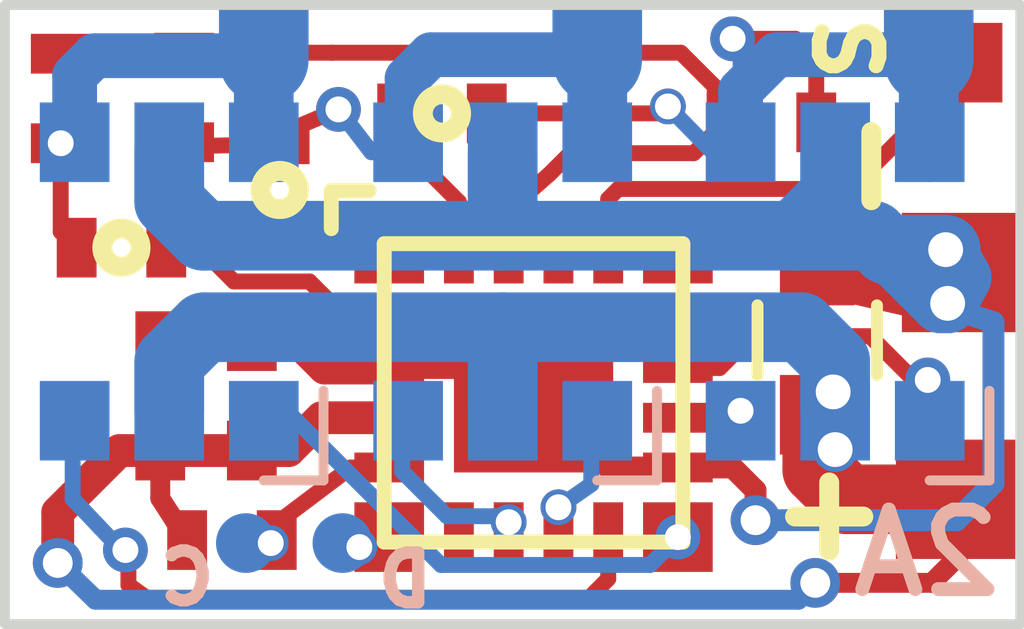
<source format=kicad_pcb>
(kicad_pcb (version 4) (host pcbnew 4.0.7)

  (general
    (links 48)
    (no_connects 0)
    (area 148.049999 98.299999 158.350001 104.625001)
    (thickness 0.8)
    (drawings 13)
    (tracks 205)
    (zones 0)
    (modules 22)
    (nets 19)
  )

  (page A4)
  (layers
    (0 F.Cu signal)
    (31 B.Cu signal)
    (32 B.Adhes user)
    (33 F.Adhes user)
    (34 B.Paste user hide)
    (35 F.Paste user)
    (36 B.SilkS user)
    (37 F.SilkS user)
    (38 B.Mask user hide)
    (39 F.Mask user)
    (40 Dwgs.User user)
    (41 Cmts.User user)
    (42 Eco1.User user)
    (43 Eco2.User user)
    (44 Edge.Cuts user)
    (45 Margin user)
    (46 B.CrtYd user)
    (47 F.CrtYd user)
    (48 B.Fab user hide)
    (49 F.Fab user)
  )

  (setup
    (last_trace_width 0.16)
    (user_trace_width 0.16)
    (user_trace_width 0.2)
    (user_trace_width 0.22)
    (user_trace_width 0.33)
    (user_trace_width 0.35)
    (user_trace_width 0.4)
    (user_trace_width 0.45)
    (user_trace_width 0.7)
    (trace_clearance 0.16)
    (zone_clearance 0.05)
    (zone_45_only yes)
    (trace_min 0.16)
    (segment_width 0.2)
    (edge_width 0.1)
    (via_size 0.36)
    (via_drill 0.26)
    (via_min_size 0.36)
    (via_min_drill 0.26)
    (user_via 0.45 0.26)
    (user_via 0.45 0.3)
    (user_via 0.5 0.3)
    (uvia_size 0.3)
    (uvia_drill 0.1)
    (uvias_allowed no)
    (uvia_min_size 0.2)
    (uvia_min_drill 0.1)
    (pcb_text_width 0.3)
    (pcb_text_size 1.5 1.5)
    (mod_edge_width 0.15)
    (mod_text_size 1 1)
    (mod_text_width 0.15)
    (pad_size 0.9 1.2)
    (pad_drill 0)
    (pad_to_mask_clearance 0.05)
    (aux_axis_origin 0 0)
    (grid_origin 149.61 101.43)
    (visible_elements 7FFFFF7F)
    (pcbplotparams
      (layerselection 0x00000_80000001)
      (usegerberextensions false)
      (excludeedgelayer false)
      (linewidth 0.100000)
      (plotframeref false)
      (viasonmask false)
      (mode 1)
      (useauxorigin false)
      (hpglpennumber 1)
      (hpglpenspeed 20)
      (hpglpendiameter 15)
      (hpglpenoverlay 2)
      (psnegative false)
      (psa4output false)
      (plotreference false)
      (plotvalue false)
      (plotinvisibletext false)
      (padsonsilk false)
      (subtractmaskfromsilk false)
      (outputformat 4)
      (mirror false)
      (drillshape 0)
      (scaleselection 1)
      (outputdirectory ""))
  )

  (net 0 "")
  (net 1 VCC)
  (net 2 GND)
  (net 3 "Net-(J4-Pad1)")
  (net 4 "Net-(R1-Pad1)")
  (net 5 "Net-(R4-Pad2)")
  (net 6 "Net-(R5-Pad2)")
  (net 7 "Net-(R6-Pad2)")
  (net 8 /M_A)
  (net 9 /M_B)
  (net 10 /M_C)
  (net 11 "Net-(J7-Pad1)")
  (net 12 "Net-(J9-Pad1)")
  (net 13 "Net-(Q1-Pad3)")
  (net 14 "Net-(Q1-Pad1)")
  (net 15 "Net-(Q2-Pad3)")
  (net 16 "Net-(Q2-Pad1)")
  (net 17 "Net-(Q3-Pad3)")
  (net 18 "Net-(Q3-Pad1)")

  (net_class Default "This is the default net class."
    (clearance 0.16)
    (trace_width 0.16)
    (via_dia 0.36)
    (via_drill 0.26)
    (uvia_dia 0.3)
    (uvia_drill 0.1)
    (add_net "Net-(J4-Pad1)")
    (add_net "Net-(J7-Pad1)")
    (add_net "Net-(J9-Pad1)")
    (add_net "Net-(Q1-Pad1)")
    (add_net "Net-(Q1-Pad3)")
    (add_net "Net-(Q2-Pad1)")
    (add_net "Net-(Q2-Pad3)")
    (add_net "Net-(Q3-Pad1)")
    (add_net "Net-(Q3-Pad3)")
    (add_net "Net-(R1-Pad1)")
    (add_net "Net-(R4-Pad2)")
    (add_net "Net-(R5-Pad2)")
    (add_net "Net-(R6-Pad2)")
  )

  (net_class GND ""
    (clearance 0.16)
    (trace_width 0.54)
    (via_dia 0.45)
    (via_drill 0.35)
    (uvia_dia 0.3)
    (uvia_drill 0.1)
    (add_net GND)
  )

  (net_class MOTOR ""
    (clearance 0.16)
    (trace_width 0.33)
    (via_dia 0.36)
    (via_drill 0.26)
    (uvia_dia 0.3)
    (uvia_drill 0.1)
    (add_net /M_A)
    (add_net /M_B)
    (add_net /M_C)
  )

  (net_class VCC ""
    (clearance 0.16)
    (trace_width 0.54)
    (via_dia 0.45)
    (via_drill 0.35)
    (uvia_dia 0.3)
    (uvia_drill 0.1)
    (add_net VCC)
  )

  (module KiCad_custom:ESC_MOT_PAD (layer B.Cu) (tedit 59D48623) (tstamp 59AD0891)
    (at 154.05 98.85 180)
    (path /59A81475)
    (fp_text reference J3 (at 0 -1.6 180) (layer B.SilkS) hide
      (effects (font (size 1 1) (thickness 0.15)) (justify mirror))
    )
    (fp_text value C (at -0.1 1.6 180) (layer B.Fab) hide
      (effects (font (size 1 1) (thickness 0.15)) (justify mirror))
    )
    (pad 1 smd oval (at 0 0 180) (size 0.9 1) (layers B.Cu B.Paste B.Mask)
      (net 10 /M_C))
    (pad 1 smd rect (at 0 0.25 180) (size 0.9 0.5) (layers B.Cu B.Paste B.Mask)
      (net 10 /M_C))
  )

  (module Capacitors_SMD:C_0603 (layer F.Cu) (tedit 59AD109A) (tstamp 59AD0873)
    (at 156.26 101.72 270)
    (descr "Capacitor SMD 0603, reflow soldering, AVX (see smccp.pdf)")
    (tags "capacitor 0603")
    (path /59A82F24)
    (attr smd)
    (fp_text reference C1 (at 0 -1.5 270) (layer F.SilkS) hide
      (effects (font (size 1 1) (thickness 0.15)))
    )
    (fp_text value 47uf (at 0 1.5 270) (layer F.Fab) hide
      (effects (font (size 1 1) (thickness 0.15)))
    )
    (fp_line (start 1.4 0.65) (end -1.4 0.65) (layer F.CrtYd) (width 0.05))
    (fp_line (start 1.4 0.65) (end 1.4 -0.65) (layer F.CrtYd) (width 0.05))
    (fp_line (start -1.4 -0.65) (end -1.4 0.65) (layer F.CrtYd) (width 0.05))
    (fp_line (start -1.4 -0.65) (end 1.4 -0.65) (layer F.CrtYd) (width 0.05))
    (fp_line (start 0.35 0.6) (end -0.35 0.6) (layer F.SilkS) (width 0.12))
    (fp_line (start -0.35 -0.6) (end 0.35 -0.6) (layer F.SilkS) (width 0.12))
    (fp_line (start -0.8 -0.4) (end 0.8 -0.4) (layer F.Fab) (width 0.1))
    (fp_line (start 0.8 -0.4) (end 0.8 0.4) (layer F.Fab) (width 0.1))
    (fp_line (start 0.8 0.4) (end -0.8 0.4) (layer F.Fab) (width 0.1))
    (fp_line (start -0.8 0.4) (end -0.8 -0.4) (layer F.Fab) (width 0.1))
    (fp_text user %R (at 0 0 270) (layer F.Fab)
      (effects (font (size 0.3 0.3) (thickness 0.075)))
    )
    (pad 2 smd rect (at 0.75 0 270) (size 0.8 0.75) (layers F.Cu F.Paste F.Mask)
      (net 1 VCC))
    (pad 1 smd rect (at -0.75 0 270) (size 0.8 0.75) (layers F.Cu F.Paste F.Mask)
      (net 2 GND))
    (model Capacitors_SMD.3dshapes/C_0603.wrl
      (at (xyz 0 0 0))
      (scale (xyz 1 1 1))
      (rotate (xyz 0 0 0))
    )
  )

  (module Capacitors_SMD:C_0402_NoSilk (layer F.Cu) (tedit 59AD10A2) (tstamp 59AD0882)
    (at 150.58 102.28 270)
    (descr "Capacitor SMD 0402, reflow soldering, AVX (see smccp.pdf)")
    (tags "capacitor 0402")
    (path /59A82FE9)
    (attr smd)
    (fp_text reference C2 (at 0 -1.27 270) (layer F.SilkS) hide
      (effects (font (size 1 1) (thickness 0.15)))
    )
    (fp_text value 100n (at 0 1.27 270) (layer F.Fab) hide
      (effects (font (size 1 1) (thickness 0.15)))
    )
    (fp_text user %R (at 0 -1.27 270) (layer F.Fab) hide
      (effects (font (size 1 1) (thickness 0.15)))
    )
    (fp_line (start -0.5 0.25) (end -0.5 -0.25) (layer F.Fab) (width 0.1))
    (fp_line (start 0.5 0.25) (end -0.5 0.25) (layer F.Fab) (width 0.1))
    (fp_line (start 0.5 -0.25) (end 0.5 0.25) (layer F.Fab) (width 0.1))
    (fp_line (start -0.5 -0.25) (end 0.5 -0.25) (layer F.Fab) (width 0.1))
    (fp_line (start -1 -0.4) (end 1 -0.4) (layer F.CrtYd) (width 0.05))
    (fp_line (start -1 -0.4) (end -1 0.4) (layer F.CrtYd) (width 0.05))
    (fp_line (start 1 0.4) (end 1 -0.4) (layer F.CrtYd) (width 0.05))
    (fp_line (start 1 0.4) (end -1 0.4) (layer F.CrtYd) (width 0.05))
    (pad 1 smd rect (at -0.55 0 270) (size 0.6 0.5) (layers F.Cu F.Paste F.Mask)
      (net 2 GND))
    (pad 2 smd rect (at 0.55 0 270) (size 0.6 0.5) (layers F.Cu F.Paste F.Mask)
      (net 1 VCC))
    (model Capacitors_SMD.3dshapes/C_0402.wrl
      (at (xyz 0 0 0))
      (scale (xyz 1 1 1))
      (rotate (xyz 0 0 0))
    )
  )

  (module Resistors_SMD:R_0402_NoSilk (layer F.Cu) (tedit 59AD0D91) (tstamp 59AD08E2)
    (at 155.8 99.53)
    (descr "Resistor SMD 0402, reflow soldering, Vishay (see dcrcw.pdf)")
    (tags "resistor 0402")
    (path /59A7F99D)
    (attr smd)
    (fp_text reference R1 (at 0 -1.2) (layer F.SilkS) hide
      (effects (font (size 1 1) (thickness 0.15)))
    )
    (fp_text value 1K (at 0 1.25) (layer F.Fab) hide
      (effects (font (size 1 1) (thickness 0.15)))
    )
    (fp_text user %R (at 0 -1.2) (layer F.Fab) hide
      (effects (font (size 1 1) (thickness 0.15)))
    )
    (fp_line (start -0.5 0.25) (end -0.5 -0.25) (layer F.Fab) (width 0.1))
    (fp_line (start 0.5 0.25) (end -0.5 0.25) (layer F.Fab) (width 0.1))
    (fp_line (start 0.5 -0.25) (end 0.5 0.25) (layer F.Fab) (width 0.1))
    (fp_line (start -0.5 -0.25) (end 0.5 -0.25) (layer F.Fab) (width 0.1))
    (fp_line (start -0.8 -0.45) (end 0.8 -0.45) (layer F.CrtYd) (width 0.05))
    (fp_line (start -0.8 -0.45) (end -0.8 0.45) (layer F.CrtYd) (width 0.05))
    (fp_line (start 0.8 0.45) (end 0.8 -0.45) (layer F.CrtYd) (width 0.05))
    (fp_line (start 0.8 0.45) (end -0.8 0.45) (layer F.CrtYd) (width 0.05))
    (pad 1 smd rect (at -0.45 0) (size 0.4 0.6) (layers F.Cu F.Paste F.Mask)
      (net 4 "Net-(R1-Pad1)"))
    (pad 2 smd rect (at 0.45 0) (size 0.4 0.6) (layers F.Cu F.Paste F.Mask)
      (net 8 /M_A))
    (model ${KISYS3DMOD}/Resistors_SMD.3dshapes/R_0402.wrl
      (at (xyz 0 0 0))
      (scale (xyz 1 1 1))
      (rotate (xyz 0 0 0))
    )
  )

  (module Resistors_SMD:R_0402_NoSilk (layer F.Cu) (tedit 59AD0D9C) (tstamp 59AD08F1)
    (at 148.66 99.29 270)
    (descr "Resistor SMD 0402, reflow soldering, Vishay (see dcrcw.pdf)")
    (tags "resistor 0402")
    (path /59A7FF7B)
    (attr smd)
    (fp_text reference R2 (at 0 -1.2 270) (layer F.SilkS) hide
      (effects (font (size 1 1) (thickness 0.15)))
    )
    (fp_text value 1K (at 0 1.25 270) (layer F.Fab) hide
      (effects (font (size 1 1) (thickness 0.15)))
    )
    (fp_text user %R (at 0 -1.2 270) (layer F.Fab) hide
      (effects (font (size 1 1) (thickness 0.15)))
    )
    (fp_line (start -0.5 0.25) (end -0.5 -0.25) (layer F.Fab) (width 0.1))
    (fp_line (start 0.5 0.25) (end -0.5 0.25) (layer F.Fab) (width 0.1))
    (fp_line (start 0.5 -0.25) (end 0.5 0.25) (layer F.Fab) (width 0.1))
    (fp_line (start -0.5 -0.25) (end 0.5 -0.25) (layer F.Fab) (width 0.1))
    (fp_line (start -0.8 -0.45) (end 0.8 -0.45) (layer F.CrtYd) (width 0.05))
    (fp_line (start -0.8 -0.45) (end -0.8 0.45) (layer F.CrtYd) (width 0.05))
    (fp_line (start 0.8 0.45) (end 0.8 -0.45) (layer F.CrtYd) (width 0.05))
    (fp_line (start 0.8 0.45) (end -0.8 0.45) (layer F.CrtYd) (width 0.05))
    (pad 1 smd rect (at -0.45 0 270) (size 0.4 0.6) (layers F.Cu F.Paste F.Mask)
      (net 4 "Net-(R1-Pad1)"))
    (pad 2 smd rect (at 0.45 0 270) (size 0.4 0.6) (layers F.Cu F.Paste F.Mask)
      (net 9 /M_B))
    (model ${KISYS3DMOD}/Resistors_SMD.3dshapes/R_0402.wrl
      (at (xyz 0 0 0))
      (scale (xyz 1 1 1))
      (rotate (xyz 0 0 0))
    )
  )

  (module Resistors_SMD:R_0402_NoSilk (layer F.Cu) (tedit 59AD0DA0) (tstamp 59AD0900)
    (at 149.9 99.28 270)
    (descr "Resistor SMD 0402, reflow soldering, Vishay (see dcrcw.pdf)")
    (tags "resistor 0402")
    (path /59A7FFAD)
    (attr smd)
    (fp_text reference R3 (at 0 -1.2 270) (layer F.SilkS) hide
      (effects (font (size 1 1) (thickness 0.15)))
    )
    (fp_text value 1K (at 0 1.25 270) (layer F.Fab) hide
      (effects (font (size 1 1) (thickness 0.15)))
    )
    (fp_text user %R (at 0 -1.2 270) (layer F.Fab) hide
      (effects (font (size 1 1) (thickness 0.15)))
    )
    (fp_line (start -0.5 0.25) (end -0.5 -0.25) (layer F.Fab) (width 0.1))
    (fp_line (start 0.5 0.25) (end -0.5 0.25) (layer F.Fab) (width 0.1))
    (fp_line (start 0.5 -0.25) (end 0.5 0.25) (layer F.Fab) (width 0.1))
    (fp_line (start -0.5 -0.25) (end 0.5 -0.25) (layer F.Fab) (width 0.1))
    (fp_line (start -0.8 -0.45) (end 0.8 -0.45) (layer F.CrtYd) (width 0.05))
    (fp_line (start -0.8 -0.45) (end -0.8 0.45) (layer F.CrtYd) (width 0.05))
    (fp_line (start 0.8 0.45) (end 0.8 -0.45) (layer F.CrtYd) (width 0.05))
    (fp_line (start 0.8 0.45) (end -0.8 0.45) (layer F.CrtYd) (width 0.05))
    (pad 1 smd rect (at -0.45 0 270) (size 0.4 0.6) (layers F.Cu F.Paste F.Mask)
      (net 4 "Net-(R1-Pad1)"))
    (pad 2 smd rect (at 0.45 0 270) (size 0.4 0.6) (layers F.Cu F.Paste F.Mask)
      (net 10 /M_C))
    (model ${KISYS3DMOD}/Resistors_SMD.3dshapes/R_0402.wrl
      (at (xyz 0 0 0))
      (scale (xyz 1 1 1))
      (rotate (xyz 0 0 0))
    )
  )

  (module Resistors_SMD:R_0402_NoSilk (layer F.Cu) (tedit 59AD0EF4) (tstamp 59AD090F)
    (at 152.49 99.44 180)
    (descr "Resistor SMD 0402, reflow soldering, Vishay (see dcrcw.pdf)")
    (tags "resistor 0402")
    (path /59A80BF5)
    (attr smd)
    (fp_text reference R4 (at 0 -1.2 180) (layer F.SilkS) hide
      (effects (font (size 1 1) (thickness 0.15)))
    )
    (fp_text value 10K (at 0 1.25 180) (layer F.Fab) hide
      (effects (font (size 1 1) (thickness 0.15)))
    )
    (fp_text user %R (at 0 -1.2 180) (layer F.Fab) hide
      (effects (font (size 1 1) (thickness 0.15)))
    )
    (fp_line (start -0.5 0.25) (end -0.5 -0.25) (layer F.Fab) (width 0.1))
    (fp_line (start 0.5 0.25) (end -0.5 0.25) (layer F.Fab) (width 0.1))
    (fp_line (start 0.5 -0.25) (end 0.5 0.25) (layer F.Fab) (width 0.1))
    (fp_line (start -0.5 -0.25) (end 0.5 -0.25) (layer F.Fab) (width 0.1))
    (fp_line (start -0.8 -0.45) (end 0.8 -0.45) (layer F.CrtYd) (width 0.05))
    (fp_line (start -0.8 -0.45) (end -0.8 0.45) (layer F.CrtYd) (width 0.05))
    (fp_line (start 0.8 0.45) (end 0.8 -0.45) (layer F.CrtYd) (width 0.05))
    (fp_line (start 0.8 0.45) (end -0.8 0.45) (layer F.CrtYd) (width 0.05))
    (pad 1 smd rect (at -0.45 0 180) (size 0.4 0.6) (layers F.Cu F.Paste F.Mask)
      (net 8 /M_A))
    (pad 2 smd rect (at 0.45 0 180) (size 0.4 0.6) (layers F.Cu F.Paste F.Mask)
      (net 5 "Net-(R4-Pad2)"))
    (model ${KISYS3DMOD}/Resistors_SMD.3dshapes/R_0402.wrl
      (at (xyz 0 0 0))
      (scale (xyz 1 1 1))
      (rotate (xyz 0 0 0))
    )
  )

  (module Resistors_SMD:R_0402_NoSilk (layer F.Cu) (tedit 59AD0EEB) (tstamp 59AD091E)
    (at 149.27 100.79)
    (descr "Resistor SMD 0402, reflow soldering, Vishay (see dcrcw.pdf)")
    (tags "resistor 0402")
    (path /59A80BBC)
    (attr smd)
    (fp_text reference R5 (at 0 -1.2) (layer F.SilkS) hide
      (effects (font (size 1 1) (thickness 0.15)))
    )
    (fp_text value 10K (at 0 1.25) (layer F.Fab) hide
      (effects (font (size 1 1) (thickness 0.15)))
    )
    (fp_text user %R (at 0 -1.2) (layer F.Fab) hide
      (effects (font (size 1 1) (thickness 0.15)))
    )
    (fp_line (start -0.5 0.25) (end -0.5 -0.25) (layer F.Fab) (width 0.1))
    (fp_line (start 0.5 0.25) (end -0.5 0.25) (layer F.Fab) (width 0.1))
    (fp_line (start 0.5 -0.25) (end 0.5 0.25) (layer F.Fab) (width 0.1))
    (fp_line (start -0.5 -0.25) (end 0.5 -0.25) (layer F.Fab) (width 0.1))
    (fp_line (start -0.8 -0.45) (end 0.8 -0.45) (layer F.CrtYd) (width 0.05))
    (fp_line (start -0.8 -0.45) (end -0.8 0.45) (layer F.CrtYd) (width 0.05))
    (fp_line (start 0.8 0.45) (end 0.8 -0.45) (layer F.CrtYd) (width 0.05))
    (fp_line (start 0.8 0.45) (end -0.8 0.45) (layer F.CrtYd) (width 0.05))
    (pad 1 smd rect (at -0.45 0) (size 0.4 0.6) (layers F.Cu F.Paste F.Mask)
      (net 9 /M_B))
    (pad 2 smd rect (at 0.45 0) (size 0.4 0.6) (layers F.Cu F.Paste F.Mask)
      (net 6 "Net-(R5-Pad2)"))
    (model ${KISYS3DMOD}/Resistors_SMD.3dshapes/R_0402.wrl
      (at (xyz 0 0 0))
      (scale (xyz 1 1 1))
      (rotate (xyz 0 0 0))
    )
  )

  (module Resistors_SMD:R_0402_NoSilk (layer F.Cu) (tedit 59AD0EBA) (tstamp 59AD092D)
    (at 150.86 100.2 270)
    (descr "Resistor SMD 0402, reflow soldering, Vishay (see dcrcw.pdf)")
    (tags "resistor 0402")
    (path /59A80A6C)
    (attr smd)
    (fp_text reference R6 (at 0 -1.2 270) (layer F.SilkS) hide
      (effects (font (size 1 1) (thickness 0.15)))
    )
    (fp_text value 10K (at 0 1.25 270) (layer F.Fab) hide
      (effects (font (size 1 1) (thickness 0.15)))
    )
    (fp_text user %R (at 0 -1.2 270) (layer F.Fab) hide
      (effects (font (size 1 1) (thickness 0.15)))
    )
    (fp_line (start -0.5 0.25) (end -0.5 -0.25) (layer F.Fab) (width 0.1))
    (fp_line (start 0.5 0.25) (end -0.5 0.25) (layer F.Fab) (width 0.1))
    (fp_line (start 0.5 -0.25) (end 0.5 0.25) (layer F.Fab) (width 0.1))
    (fp_line (start -0.5 -0.25) (end 0.5 -0.25) (layer F.Fab) (width 0.1))
    (fp_line (start -0.8 -0.45) (end 0.8 -0.45) (layer F.CrtYd) (width 0.05))
    (fp_line (start -0.8 -0.45) (end -0.8 0.45) (layer F.CrtYd) (width 0.05))
    (fp_line (start 0.8 0.45) (end 0.8 -0.45) (layer F.CrtYd) (width 0.05))
    (fp_line (start 0.8 0.45) (end -0.8 0.45) (layer F.CrtYd) (width 0.05))
    (pad 1 smd rect (at -0.45 0 270) (size 0.4 0.6) (layers F.Cu F.Paste F.Mask)
      (net 10 /M_C))
    (pad 2 smd rect (at 0.45 0 270) (size 0.4 0.6) (layers F.Cu F.Paste F.Mask)
      (net 7 "Net-(R6-Pad2)"))
    (model ${KISYS3DMOD}/Resistors_SMD.3dshapes/R_0402.wrl
      (at (xyz 0 0 0))
      (scale (xyz 1 1 1))
      (rotate (xyz 0 0 0))
    )
  )

  (module Resistors_SMD:R_0402_NoSilk (layer F.Cu) (tedit 59AD0F75) (tstamp 59AD093C)
    (at 150.38 103.73)
    (descr "Resistor SMD 0402, reflow soldering, Vishay (see dcrcw.pdf)")
    (tags "resistor 0402")
    (path /59A847AF)
    (attr smd)
    (fp_text reference R7 (at 0 -1.2) (layer F.SilkS) hide
      (effects (font (size 1 1) (thickness 0.15)))
    )
    (fp_text value 1K (at 0 1.25) (layer F.Fab) hide
      (effects (font (size 1 1) (thickness 0.15)))
    )
    (fp_text user %R (at 0 -1.2) (layer F.Fab) hide
      (effects (font (size 1 1) (thickness 0.15)))
    )
    (fp_line (start -0.5 0.25) (end -0.5 -0.25) (layer F.Fab) (width 0.1))
    (fp_line (start 0.5 0.25) (end -0.5 0.25) (layer F.Fab) (width 0.1))
    (fp_line (start 0.5 -0.25) (end 0.5 0.25) (layer F.Fab) (width 0.1))
    (fp_line (start -0.5 -0.25) (end 0.5 -0.25) (layer F.Fab) (width 0.1))
    (fp_line (start -0.8 -0.45) (end 0.8 -0.45) (layer F.CrtYd) (width 0.05))
    (fp_line (start -0.8 -0.45) (end -0.8 0.45) (layer F.CrtYd) (width 0.05))
    (fp_line (start 0.8 0.45) (end 0.8 -0.45) (layer F.CrtYd) (width 0.05))
    (fp_line (start 0.8 0.45) (end -0.8 0.45) (layer F.CrtYd) (width 0.05))
    (pad 1 smd rect (at -0.45 0) (size 0.4 0.6) (layers F.Cu F.Paste F.Mask)
      (net 1 VCC))
    (pad 2 smd rect (at 0.45 0) (size 0.4 0.6) (layers F.Cu F.Paste F.Mask)
      (net 12 "Net-(J9-Pad1)"))
    (model ${KISYS3DMOD}/Resistors_SMD.3dshapes/R_0402.wrl
      (at (xyz 0 0 0))
      (scale (xyz 1 1 1))
      (rotate (xyz 0 0 0))
    )
  )

  (module KiCad_custom:QFN20 (layer F.Cu) (tedit 59A7EE18) (tstamp 59AD095B)
    (at 153.41 102.25 270)
    (path /59A8233C)
    (fp_text reference U1 (at -0.127 3.302 270) (layer F.SilkS) hide
      (effects (font (size 1 1) (thickness 0.15)))
    )
    (fp_text value EFM8BB21 (at 0.381 5.08 270) (layer F.SilkS) hide
      (effects (font (size 1 1) (thickness 0.15)))
    )
    (fp_line (start -1.651 2.032) (end -2.032 2.032) (layer F.SilkS) (width 0.15))
    (fp_line (start -2.032 2.032) (end -2.032 1.651) (layer F.SilkS) (width 0.15))
    (fp_line (start -1.5 -1.5) (end -1.5 1.5) (layer F.SilkS) (width 0.15))
    (fp_line (start 1.5 -1.5) (end -1.5 -1.5) (layer F.SilkS) (width 0.15))
    (fp_line (start 1.5 1.5) (end 1.5 -1.5) (layer F.SilkS) (width 0.15))
    (fp_line (start -1.5 1.5) (end 1.5 1.5) (layer F.SilkS) (width 0.15))
    (pad 1 smd rect (at -1.45 1.45 270) (size 0.7 0.7) (layers F.Cu F.Paste F.Mask)
      (net 7 "Net-(R6-Pad2)"))
    (pad 16 smd rect (at -1.45 -1.45 270) (size 0.7 0.7) (layers F.Cu F.Paste F.Mask))
    (pad 21 smd rect (at 0 0 270) (size 1.6 1.6) (layers F.Cu F.Paste F.Mask)
      (net 2 GND))
    (pad 20 smd rect (at -1.45 0.75) (size 0.3 0.7) (layers F.Cu F.Paste F.Mask)
      (net 5 "Net-(R4-Pad2)"))
    (pad 14 smd rect (at -0.25 -1.45 270) (size 0.3 0.7) (layers F.Cu F.Paste F.Mask)
      (net 14 "Net-(Q1-Pad1)"))
    (pad 15 smd rect (at -0.75 -1.45 270) (size 0.3 0.7) (layers F.Cu F.Paste F.Mask))
    (pad 13 smd rect (at 0.25 -1.45 270) (size 0.3 0.7) (layers F.Cu F.Paste F.Mask)
      (net 13 "Net-(Q1-Pad3)"))
    (pad 19 smd rect (at -1.45 0.25) (size 0.3 0.7) (layers F.Cu F.Paste F.Mask)
      (net 4 "Net-(R1-Pad1)"))
    (pad 18 smd rect (at -1.45 -0.25) (size 0.3 0.7) (layers F.Cu F.Paste F.Mask))
    (pad 17 smd rect (at -1.45 -0.75) (size 0.3 0.7) (layers F.Cu F.Paste F.Mask)
      (net 3 "Net-(J4-Pad1)"))
    (pad 12 smd rect (at 0.75 -1.45 270) (size 0.3 0.7) (layers F.Cu F.Paste F.Mask)
      (net 2 GND))
    (pad 11 smd rect (at 1.45 -1.45 270) (size 0.7 0.7) (layers F.Cu F.Paste F.Mask)
      (net 16 "Net-(Q2-Pad1)"))
    (pad 10 smd rect (at 1.45 -0.75) (size 0.3 0.7) (layers F.Cu F.Paste F.Mask)
      (net 15 "Net-(Q2-Pad3)"))
    (pad 6 smd rect (at 1.45 1.45 270) (size 0.7 0.7) (layers F.Cu F.Paste F.Mask)
      (net 11 "Net-(J7-Pad1)"))
    (pad 7 smd rect (at 1.45 0.75) (size 0.3 0.7) (layers F.Cu F.Paste F.Mask))
    (pad 9 smd rect (at 1.45 -0.25) (size 0.3 0.7) (layers F.Cu F.Paste F.Mask)
      (net 18 "Net-(Q3-Pad1)"))
    (pad 8 smd rect (at 1.45 0.25) (size 0.3 0.7) (layers F.Cu F.Paste F.Mask)
      (net 17 "Net-(Q3-Pad3)"))
    (pad 5 smd rect (at 0.75 1.45 270) (size 0.3 0.7) (layers F.Cu F.Paste F.Mask)
      (net 12 "Net-(J9-Pad1)"))
    (pad 4 smd rect (at 0.25 1.45 270) (size 0.3 0.7) (layers F.Cu F.Paste F.Mask)
      (net 1 VCC))
    (pad 3 smd rect (at -0.25 1.45 270) (size 0.3 0.7) (layers F.Cu F.Paste F.Mask)
      (net 2 GND))
    (pad 2 smd rect (at -0.75 1.45 270) (size 0.3 0.7) (layers F.Cu F.Paste F.Mask)
      (net 6 "Net-(R5-Pad2)"))
    (model ${KIPRJMOD}/kicad_misc/3d/qfn20.wrl
      (at (xyz 0 0 0))
      (scale (xyz 0.8 0.8 1))
      (rotate (xyz 0 0 0))
    )
  )

  (module Capacitors_SMD:C_0402_NoSilk (layer F.Cu) (tedit 59AD5029) (tstamp 59AD503E)
    (at 149.66 102.28 270)
    (descr "Capacitor SMD 0402, reflow soldering, AVX (see smccp.pdf)")
    (tags "capacitor 0402")
    (path /59ADAC97)
    (attr smd)
    (fp_text reference C3 (at 0 -1.27 270) (layer F.SilkS) hide
      (effects (font (size 1 1) (thickness 0.15)))
    )
    (fp_text value 10uf (at 0 1.27 270) (layer F.Fab) hide
      (effects (font (size 1 1) (thickness 0.15)))
    )
    (fp_text user %R (at 0 -1.27 270) (layer F.Fab) hide
      (effects (font (size 1 1) (thickness 0.15)))
    )
    (fp_line (start -0.5 0.25) (end -0.5 -0.25) (layer F.Fab) (width 0.1))
    (fp_line (start 0.5 0.25) (end -0.5 0.25) (layer F.Fab) (width 0.1))
    (fp_line (start 0.5 -0.25) (end 0.5 0.25) (layer F.Fab) (width 0.1))
    (fp_line (start -0.5 -0.25) (end 0.5 -0.25) (layer F.Fab) (width 0.1))
    (fp_line (start -1 -0.4) (end 1 -0.4) (layer F.CrtYd) (width 0.05))
    (fp_line (start -1 -0.4) (end -1 0.4) (layer F.CrtYd) (width 0.05))
    (fp_line (start 1 0.4) (end 1 -0.4) (layer F.CrtYd) (width 0.05))
    (fp_line (start 1 0.4) (end -1 0.4) (layer F.CrtYd) (width 0.05))
    (pad 1 smd rect (at -0.55 0 270) (size 0.6 0.5) (layers F.Cu F.Paste F.Mask)
      (net 2 GND))
    (pad 2 smd rect (at 0.55 0 270) (size 0.6 0.5) (layers F.Cu F.Paste F.Mask)
      (net 1 VCC))
    (model Capacitors_SMD.3dshapes/C_0402.wrl
      (at (xyz 0 0 0))
      (scale (xyz 1 1 1))
      (rotate (xyz 0 0 0))
    )
  )

  (module KiCad_custom:ESC_RC_PAD (layer F.Cu) (tedit 59AD593E) (tstamp 59AD0896)
    (at 157.62 98.93)
    (path /59A82A0F)
    (fp_text reference J4 (at -0.2 2.4) (layer F.SilkS) hide
      (effects (font (size 1 1) (thickness 0.15)))
    )
    (fp_text value RC (at 0.1 -3.2) (layer F.Fab) hide
      (effects (font (size 1 1) (thickness 0.15)))
    )
    (pad 1 smd rect (at 0 0) (size 1 0.8) (layers F.Cu F.Paste F.Mask)
      (net 3 "Net-(J4-Pad1)"))
  )

  (module KiCad_custom:Test_PAD_0.6 (layer B.Cu) (tedit 59AD6BD2) (tstamp 59AD6BC0)
    (at 151.49 103.76)
    (path /59ADC588)
    (fp_text reference J7 (at 0 -2) (layer B.SilkS) hide
      (effects (font (size 1 1) (thickness 0.15)) (justify mirror))
    )
    (fp_text value C2D (at 0.1 2) (layer B.Fab) hide
      (effects (font (size 1 1) (thickness 0.15)) (justify mirror))
    )
    (pad 1 smd circle (at 0 0) (size 0.6 0.6) (layers B.Cu B.Paste B.Mask)
      (net 11 "Net-(J7-Pad1)"))
  )

  (module KiCad_custom:Test_PAD_0.6 (layer B.Cu) (tedit 59AE589F) (tstamp 59AE591C)
    (at 150.52 103.76)
    (path /59AE59B1)
    (fp_text reference J9 (at 0 -2) (layer B.SilkS) hide
      (effects (font (size 1 1) (thickness 0.15)) (justify mirror))
    )
    (fp_text value C2CK (at 0.1 2) (layer B.Fab) hide
      (effects (font (size 1 1) (thickness 0.15)) (justify mirror))
    )
    (pad 1 smd circle (at 0 0) (size 0.6 0.6) (layers B.Cu B.Paste B.Mask)
      (net 12 "Net-(J9-Pad1)"))
  )

  (module KiCad_custom:ESC_MOT_PAD (layer B.Cu) (tedit 59D48623) (tstamp 59AD088C)
    (at 150.7 98.85 180)
    (path /59A81397)
    (fp_text reference J2 (at 0 -1.6 180) (layer B.SilkS) hide
      (effects (font (size 1 1) (thickness 0.15)) (justify mirror))
    )
    (fp_text value B (at -0.1 1.6 180) (layer B.Fab) hide
      (effects (font (size 1 1) (thickness 0.15)) (justify mirror))
    )
    (pad 1 smd oval (at 0 0 180) (size 0.9 1) (layers B.Cu B.Paste B.Mask)
      (net 9 /M_B))
    (pad 1 smd rect (at 0 0.25 180) (size 0.9 0.5) (layers B.Cu B.Paste B.Mask)
      (net 9 /M_B))
  )

  (module KiCad_custom:ESC_MOT_PAD (layer B.Cu) (tedit 59D48623) (tstamp 59AD0887)
    (at 157.38 98.85 180)
    (path /59A81331)
    (fp_text reference J1 (at 0 -1.6 180) (layer B.SilkS) hide
      (effects (font (size 1 1) (thickness 0.15)) (justify mirror))
    )
    (fp_text value A (at -0.1 1.6 180) (layer B.Fab) hide
      (effects (font (size 1 1) (thickness 0.15)) (justify mirror))
    )
    (pad 1 smd oval (at 0 0 180) (size 0.9 1) (layers B.Cu B.Paste B.Mask)
      (net 8 /M_A))
    (pad 1 smd rect (at 0 0.25 180) (size 0.9 0.5) (layers B.Cu B.Paste B.Mask)
      (net 8 /M_A))
  )

  (module KiCad_custom:ESC_PWR_PAD (layer F.Cu) (tedit 59AD59DE) (tstamp 59D4B2CD)
    (at 157.65 103.32 270)
    (path /59A82C57)
    (fp_text reference J6 (at 0 1.6 270) (layer F.SilkS) hide
      (effects (font (size 1 1) (thickness 0.15)))
    )
    (fp_text value V (at -0.1 -1.6 270) (layer F.Fab) hide
      (effects (font (size 1 1) (thickness 0.15)))
    )
    (pad 1 smd rect (at 0 0 270) (size 1.2 1.2) (layers F.Cu F.Paste F.Mask)
      (net 1 VCC))
  )

  (module KiCad_custom:ESC_PWR_PAD (layer F.Cu) (tedit 59AD59DE) (tstamp 59D4B2C8)
    (at 157.71 101.04 270)
    (path /59A82C05)
    (fp_text reference J5 (at 0 1.6 270) (layer F.SilkS) hide
      (effects (font (size 1 1) (thickness 0.15)))
    )
    (fp_text value G (at -0.1 -1.6 270) (layer F.Fab) hide
      (effects (font (size 1 1) (thickness 0.15)))
    )
    (pad 1 smd rect (at 0 0 270) (size 1.2 1.2) (layers F.Cu F.Paste F.Mask)
      (net 2 GND))
  )

  (module KiCad_custom:SuperSOT-6_custom (layer B.Cu) (tedit 59D5D2A2) (tstamp 59D4B2E7)
    (at 149.75 101.13 90)
    (descr "6-pin SuperSOT package http://www.mouser.com/ds/2/149/FMB5551-889214.pdf")
    (tags "SuperSOT-6 SSOT-6")
    (path /59AD7CBF)
    (attr smd)
    (fp_text reference Q2 (at -0.1 3.42 90) (layer B.SilkS) hide
      (effects (font (size 1 1) (thickness 0.15)) (justify mirror))
    )
    (fp_text value DUAL_NP (at 0 -2.5 90) (layer B.Fab) hide
      (effects (font (size 1 1) (thickness 0.15)) (justify mirror))
    )
    (fp_line (start -2 0.95) (end -2 1.55) (layer B.SilkS) (width 0.1))
    (fp_line (start -2 1.55) (end -1.1 1.55) (layer B.SilkS) (width 0.1))
    (fp_text user %R (at 0 0 360) (layer B.Fab)
      (effects (font (size 0.5 0.5) (thickness 0.075)) (justify mirror))
    )
    (fp_line (start -0.85 -1.45) (end 0.85 -1.45) (layer B.Fab) (width 0.12))
    (fp_line (start 0.85 -1.45) (end 0.85 1.45) (layer B.Fab) (width 0.12))
    (fp_line (start 0.85 1.45) (end -0.4 1.45) (layer B.Fab) (width 0.12))
    (fp_line (start -0.4 1.45) (end -0.85 1) (layer B.Fab) (width 0.12))
    (fp_line (start -0.85 1) (end -0.85 -1.45) (layer B.Fab) (width 0.12))
    (pad 1 smd rect (at -1.4 0.95 90) (size 0.8 0.7) (layers B.Cu B.Paste B.Mask)
      (net 16 "Net-(Q2-Pad1)"))
    (pad 2 smd rect (at -1.3 0 90) (size 1 0.7) (layers B.Cu B.Paste B.Mask)
      (net 1 VCC))
    (pad 3 smd rect (at -1.4 -0.95 90) (size 0.8 0.7) (layers B.Cu B.Paste B.Mask)
      (net 15 "Net-(Q2-Pad3)"))
    (pad 4 smd rect (at 1.4 -0.95 90) (size 0.8 0.7) (layers B.Cu B.Paste B.Mask)
      (net 9 /M_B))
    (pad 6 smd rect (at 1.4 0.95 90) (size 0.8 0.7) (layers B.Cu B.Paste B.Mask)
      (net 9 /M_B))
    (pad 5 smd rect (at 1.3 0 90) (size 1 0.7) (layers B.Cu B.Paste B.Mask)
      (net 2 GND))
    (model ${KISYS3DMOD}/TO_SOT_Packages_SMD.3dshapes/SuperSOT-6.wrl
      (at (xyz 0 0 0))
      (scale (xyz 1 1 1))
      (rotate (xyz 0 0 0))
    )
  )

  (module KiCad_custom:SuperSOT-6_custom (layer B.Cu) (tedit 59D5D2A2) (tstamp 59D4B2FC)
    (at 153.1 101.13 90)
    (descr "6-pin SuperSOT package http://www.mouser.com/ds/2/149/FMB5551-889214.pdf")
    (tags "SuperSOT-6 SSOT-6")
    (path /59AD8CAA)
    (attr smd)
    (fp_text reference Q3 (at -0.1 3.42 90) (layer B.SilkS) hide
      (effects (font (size 1 1) (thickness 0.15)) (justify mirror))
    )
    (fp_text value DUAL_NP (at 0 -2.5 90) (layer B.Fab) hide
      (effects (font (size 1 1) (thickness 0.15)) (justify mirror))
    )
    (fp_line (start -2 0.95) (end -2 1.55) (layer B.SilkS) (width 0.1))
    (fp_line (start -2 1.55) (end -1.1 1.55) (layer B.SilkS) (width 0.1))
    (fp_text user %R (at 0 0 360) (layer B.Fab)
      (effects (font (size 0.5 0.5) (thickness 0.075)) (justify mirror))
    )
    (fp_line (start -0.85 -1.45) (end 0.85 -1.45) (layer B.Fab) (width 0.12))
    (fp_line (start 0.85 -1.45) (end 0.85 1.45) (layer B.Fab) (width 0.12))
    (fp_line (start 0.85 1.45) (end -0.4 1.45) (layer B.Fab) (width 0.12))
    (fp_line (start -0.4 1.45) (end -0.85 1) (layer B.Fab) (width 0.12))
    (fp_line (start -0.85 1) (end -0.85 -1.45) (layer B.Fab) (width 0.12))
    (pad 1 smd rect (at -1.4 0.95 90) (size 0.8 0.7) (layers B.Cu B.Paste B.Mask)
      (net 18 "Net-(Q3-Pad1)"))
    (pad 2 smd rect (at -1.3 0 90) (size 1 0.7) (layers B.Cu B.Paste B.Mask)
      (net 1 VCC))
    (pad 3 smd rect (at -1.4 -0.95 90) (size 0.8 0.7) (layers B.Cu B.Paste B.Mask)
      (net 17 "Net-(Q3-Pad3)"))
    (pad 4 smd rect (at 1.4 -0.95 90) (size 0.8 0.7) (layers B.Cu B.Paste B.Mask)
      (net 10 /M_C))
    (pad 6 smd rect (at 1.4 0.95 90) (size 0.8 0.7) (layers B.Cu B.Paste B.Mask)
      (net 10 /M_C))
    (pad 5 smd rect (at 1.3 0 90) (size 1 0.7) (layers B.Cu B.Paste B.Mask)
      (net 2 GND))
    (model ${KISYS3DMOD}/TO_SOT_Packages_SMD.3dshapes/SuperSOT-6.wrl
      (at (xyz 0 0 0))
      (scale (xyz 1 1 1))
      (rotate (xyz 0 0 0))
    )
  )

  (module KiCad_custom:SuperSOT-6_custom (layer B.Cu) (tedit 59D5D2A2) (tstamp 59D4B2D2)
    (at 156.44 101.13 90)
    (descr "6-pin SuperSOT package http://www.mouser.com/ds/2/149/FMB5551-889214.pdf")
    (tags "SuperSOT-6 SSOT-6")
    (path /59AD6306)
    (attr smd)
    (fp_text reference Q1 (at -0.1 3.42 90) (layer B.SilkS) hide
      (effects (font (size 1 1) (thickness 0.15)) (justify mirror))
    )
    (fp_text value DUAL_NP (at 0 -2.5 90) (layer B.Fab) hide
      (effects (font (size 1 1) (thickness 0.15)) (justify mirror))
    )
    (fp_line (start -2 0.95) (end -2 1.55) (layer B.SilkS) (width 0.1))
    (fp_line (start -2 1.55) (end -1.1 1.55) (layer B.SilkS) (width 0.1))
    (fp_text user %R (at 0 0 360) (layer B.Fab)
      (effects (font (size 0.5 0.5) (thickness 0.075)) (justify mirror))
    )
    (fp_line (start -0.85 -1.45) (end 0.85 -1.45) (layer B.Fab) (width 0.12))
    (fp_line (start 0.85 -1.45) (end 0.85 1.45) (layer B.Fab) (width 0.12))
    (fp_line (start 0.85 1.45) (end -0.4 1.45) (layer B.Fab) (width 0.12))
    (fp_line (start -0.4 1.45) (end -0.85 1) (layer B.Fab) (width 0.12))
    (fp_line (start -0.85 1) (end -0.85 -1.45) (layer B.Fab) (width 0.12))
    (pad 1 smd rect (at -1.4 0.95 90) (size 0.8 0.7) (layers B.Cu B.Paste B.Mask)
      (net 14 "Net-(Q1-Pad1)"))
    (pad 2 smd rect (at -1.3 0 90) (size 1 0.7) (layers B.Cu B.Paste B.Mask)
      (net 1 VCC))
    (pad 3 smd rect (at -1.4 -0.95 90) (size 0.8 0.7) (layers B.Cu B.Paste B.Mask)
      (net 13 "Net-(Q1-Pad3)"))
    (pad 4 smd rect (at 1.4 -0.95 90) (size 0.8 0.7) (layers B.Cu B.Paste B.Mask)
      (net 8 /M_A))
    (pad 6 smd rect (at 1.4 0.95 90) (size 0.8 0.7) (layers B.Cu B.Paste B.Mask)
      (net 8 /M_A))
    (pad 5 smd rect (at 1.3 0 90) (size 1 0.7) (layers B.Cu B.Paste B.Mask)
      (net 2 GND))
    (model ${KISYS3DMOD}/TO_SOT_Packages_SMD.3dshapes/SuperSOT-6.wrl
      (at (xyz 0 0 0))
      (scale (xyz 1 1 1))
      (rotate (xyz 0 0 0))
    )
  )

  (gr_circle (center 152.49 99.44) (end 152.56 99.5) (layer F.SilkS) (width 0.2) (tstamp 59D601A0))
  (gr_circle (center 150.86 100.21) (end 150.93 100.27) (layer F.SilkS) (width 0.2) (tstamp 59D6018B))
  (gr_circle (center 149.27 100.79) (end 149.34 100.85) (layer F.SilkS) (width 0.2))
  (gr_text 2A (at 157.36 103.86) (layer B.SilkS)
    (effects (font (size 0.8 0.8) (thickness 0.14)) (justify mirror))
  )
  (gr_text D (at 152.12 104.13) (layer B.SilkS)
    (effects (font (size 0.5 0.5) (thickness 0.125)) (justify mirror))
  )
  (gr_text C (at 149.93 104.11) (layer B.SilkS)
    (effects (font (size 0.5 0.5) (thickness 0.125)) (justify mirror))
  )
  (gr_text S (at 156.61 98.79 90) (layer F.SilkS)
    (effects (font (size 0.6 0.6) (thickness 0.15)))
  )
  (gr_text - (at 156.74 99.97 90) (layer F.SilkS)
    (effects (font (size 0.9 0.9) (thickness 0.2)))
  )
  (gr_text + (at 156.38 103.43) (layer F.SilkS)
    (effects (font (size 0.9 0.9) (thickness 0.2)))
  )
  (gr_line (start 148.1 104.575) (end 148.1 98.35) (angle 90) (layer Edge.Cuts) (width 0.1))
  (gr_line (start 158.3 98.35) (end 158.3 104.575) (angle 90) (layer Edge.Cuts) (width 0.1))
  (gr_line (start 158.3 104.575) (end 148.1 104.575) (angle 90) (layer Edge.Cuts) (width 0.1))
  (gr_line (start 148.1 98.35) (end 158.3 98.35) (angle 90) (layer Edge.Cuts) (width 0.1))

  (segment (start 153.1 101.59) (end 153.1 102.43) (width 0.7) (layer B.Cu) (net 1))
  (segment (start 149.75 102.43) (end 149.75 101.94) (width 0.7) (layer B.Cu) (net 1))
  (segment (start 156.44 101.93) (end 156.44 102.43) (width 0.7) (layer B.Cu) (net 1) (tstamp 59D5D4DE))
  (segment (start 156.1 101.59) (end 156.44 101.93) (width 0.7) (layer B.Cu) (net 1) (tstamp 59D5D4DD))
  (segment (start 150.1 101.59) (end 153.1 101.59) (width 0.7) (layer B.Cu) (net 1) (tstamp 59D5D4DC))
  (segment (start 153.1 101.59) (end 156.1 101.59) (width 0.7) (layer B.Cu) (net 1) (tstamp 59D5D519))
  (segment (start 149.75 101.94) (end 150.1 101.59) (width 0.7) (layer B.Cu) (net 1) (tstamp 59D5D4DB))
  (segment (start 149.66 102.83) (end 149.66 103.31) (width 0.2) (layer F.Cu) (net 1))
  (segment (start 149.66 103.31) (end 149.93 103.73) (width 0.2) (layer F.Cu) (net 1) (tstamp 59D4F638) (status 20))
  (segment (start 150.58 102.83) (end 150.95 102.83) (width 0.33) (layer F.Cu) (net 1))
  (segment (start 151.28 102.5) (end 151.96 102.5) (width 0.33) (layer F.Cu) (net 1) (tstamp 59D4F619))
  (segment (start 150.95 102.83) (end 151.28 102.5) (width 0.33) (layer F.Cu) (net 1) (tstamp 59D4F618))
  (segment (start 149.66 102.83) (end 150.58 102.83) (width 0.33) (layer F.Cu) (net 1))
  (segment (start 148.63 103.96) (end 148.63 103.45) (width 0.33) (layer F.Cu) (net 1))
  (segment (start 157.68 103.89) (end 157.41 104.16) (width 0.2) (layer F.Cu) (net 1) (tstamp 59D4D3D3))
  (segment (start 157.41 104.16) (end 156.24 104.16) (width 0.2) (layer F.Cu) (net 1) (tstamp 59D4D3D8))
  (via (at 156.24 104.16) (size 0.5) (drill 0.3) (layers F.Cu B.Cu) (net 1))
  (segment (start 156.24 104.16) (end 156.07 104.33) (width 0.2) (layer B.Cu) (net 1) (tstamp 59D4D3E9))
  (segment (start 156.07 104.33) (end 149.01 104.33) (width 0.2) (layer B.Cu) (net 1) (tstamp 59D4D3EA))
  (segment (start 149.01 104.33) (end 148.63 103.96) (width 0.2) (layer B.Cu) (net 1) (tstamp 59D4D3F3))
  (via (at 148.63 103.96) (size 0.5) (drill 0.3) (layers F.Cu B.Cu) (net 1))
  (segment (start 149.25 102.83) (end 149.66 102.83) (width 0.33) (layer F.Cu) (net 1) (tstamp 59D4F613))
  (segment (start 148.63 103.45) (end 149.25 102.83) (width 0.33) (layer F.Cu) (net 1) (tstamp 59D4F60E))
  (segment (start 157.65 103.32) (end 156.56 103.32) (width 0.7) (layer F.Cu) (net 1))
  (segment (start 156.26 103.02) (end 156.26 102.47) (width 0.7) (layer F.Cu) (net 1) (tstamp 59D4F01F))
  (segment (start 156.56 103.32) (end 156.26 103.02) (width 0.7) (layer F.Cu) (net 1) (tstamp 59D4F017))
  (segment (start 156.26 102.47) (end 156.26 102.72) (width 0.16) (layer F.Cu) (net 1))
  (segment (start 156.26 102.72) (end 156.44 102.82) (width 0.16) (layer F.Cu) (net 1) (tstamp 59D4D79C))
  (via (at 156.44 102.82) (size 0.45) (drill 0.35) (layers F.Cu B.Cu) (net 1))
  (segment (start 156.44 102.82) (end 156.37 102.75) (width 0.16) (layer B.Cu) (net 1) (tstamp 59D4D7A5))
  (segment (start 156.37 102.75) (end 156.44 102.43) (width 0.16) (layer B.Cu) (net 1) (tstamp 59D4D7A6))
  (via (at 156.42 102.24) (size 0.45) (drill 0.35) (layers F.Cu B.Cu) (net 1) (status 30))
  (segment (start 156.42 102.24) (end 156.32 102.34) (width 0.6) (layer F.Cu) (net 1) (tstamp 59D4D71D) (status 30))
  (segment (start 156.32 102.34) (end 156.25 102.34) (width 0.6) (layer F.Cu) (net 1) (tstamp 59D4D71E) (status 30))
  (segment (start 153.07 102.4) (end 153.04 102.43) (width 0.54) (layer B.Cu) (net 1) (tstamp 59D4C806))
  (segment (start 150.09 100.67) (end 153.09 100.67) (width 0.7) (layer B.Cu) (net 2) (tstamp 59D5D4E6))
  (segment (start 149.75 100.33) (end 150.09 100.67) (width 0.7) (layer B.Cu) (net 2) (tstamp 59D5D4E5))
  (segment (start 157.55 100.81) (end 156.96 100.81) (width 0.7) (layer B.Cu) (net 2))
  (segment (start 156.96 100.81) (end 156.82 100.67) (width 0.7) (layer B.Cu) (net 2) (tstamp 59D5D52E))
  (segment (start 156.03 100.67) (end 156.82 100.67) (width 0.7) (layer B.Cu) (net 2))
  (segment (start 156.82 100.67) (end 156.936765 100.786765) (width 0.7) (layer B.Cu) (net 2) (tstamp 59D5D525))
  (segment (start 153.1 99.83) (end 153.1 100.67) (width 0.7) (layer B.Cu) (net 2))
  (segment (start 153.1 100.67) (end 153.09 100.67) (width 0.7) (layer B.Cu) (net 2) (tstamp 59D5D51D))
  (segment (start 149.75 99.83) (end 149.75 100.33) (width 0.7) (layer B.Cu) (net 2))
  (segment (start 156.03 100.67) (end 156.44 100.26) (width 0.7) (layer B.Cu) (net 2) (tstamp 59D5D4E7))
  (segment (start 153.09 100.67) (end 156.03 100.67) (width 0.7) (layer B.Cu) (net 2) (tstamp 59D5D522))
  (segment (start 156.44 100.26) (end 156.44 99.83) (width 0.7) (layer B.Cu) (net 2) (tstamp 59D5D4E8))
  (segment (start 153.11 99.84) (end 153.1 99.83) (width 0.6) (layer B.Cu) (net 2) (tstamp 59D5D4C9))
  (segment (start 149.66 101.73) (end 150.58 101.73) (width 0.33) (layer F.Cu) (net 2))
  (segment (start 151.96 102) (end 151.31 102) (width 0.33) (layer F.Cu) (net 2))
  (segment (start 151.04 101.73) (end 150.58 101.73) (width 0.33) (layer F.Cu) (net 2) (tstamp 59D4F626))
  (segment (start 151.31 102) (end 151.04 101.73) (width 0.33) (layer F.Cu) (net 2) (tstamp 59D4F624))
  (segment (start 157.57 101.35) (end 157.5 101.35) (width 0.6) (layer B.Cu) (net 2))
  (segment (start 157.5 101.35) (end 156.936765 100.786765) (width 0.6) (layer B.Cu) (net 2) (tstamp 59D4F229))
  (segment (start 157.55 100.81) (end 157.55 101.33) (width 0.6) (layer B.Cu) (net 2))
  (segment (start 157.55 101.33) (end 157.57 101.35) (width 0.6) (layer B.Cu) (net 2) (tstamp 59D4F225))
  (segment (start 157.55 100.81) (end 157.72 101.19) (width 0.6) (layer F.Cu) (net 2))
  (segment (start 157.72 101.19) (end 157.77 101.24) (width 0.6) (layer F.Cu) (net 2) (tstamp 59D4F1C7))
  (segment (start 157.55 100.81) (end 156.36 100.87) (width 0.6) (layer F.Cu) (net 2))
  (segment (start 156.36 100.87) (end 156.26 100.97) (width 0.6) (layer F.Cu) (net 2) (tstamp 59D4F1B6))
  (segment (start 157.55 100.81) (end 157.47 100.81) (width 0.6) (layer B.Cu) (net 2))
  (segment (start 157.57 101.35) (end 157.71 101.09) (width 0.6) (layer B.Cu) (net 2))
  (segment (start 157.71 101.09) (end 157.55 100.81) (width 0.6) (layer B.Cu) (net 2) (tstamp 59D4F06E))
  (segment (start 156.26 100.97) (end 157.67 101.29) (width 0.6) (layer F.Cu) (net 2))
  (segment (start 157.67 101.29) (end 157.72 101.24) (width 0.6) (layer F.Cu) (net 2) (tstamp 59D4F03A))
  (segment (start 157.57 101.35) (end 157.57 101.39) (width 0.22) (layer B.Cu) (net 2))
  (segment (start 157.57 101.39) (end 158.03 101.54) (width 0.22) (layer B.Cu) (net 2) (tstamp 59D4D1B1))
  (segment (start 158.03 101.54) (end 158.03 103.16) (width 0.22) (layer B.Cu) (net 2) (tstamp 59D4D1B8))
  (segment (start 158.03 103.16) (end 157.66 103.53) (width 0.22) (layer B.Cu) (net 2) (tstamp 59D4D1C0))
  (segment (start 157.66 103.53) (end 155.64 103.53) (width 0.22) (layer B.Cu) (net 2) (tstamp 59D4D1C3))
  (via (at 155.64 103.53) (size 0.5) (drill 0.3) (layers F.Cu B.Cu) (net 2))
  (segment (start 155.64 103.53) (end 155.64 103.34) (width 0.22) (layer F.Cu) (net 2) (tstamp 59D4D1CB))
  (segment (start 155.64 103.34) (end 155.64 103.23) (width 0.22) (layer F.Cu) (net 2) (tstamp 59D4D1CC))
  (segment (start 155.64 103.23) (end 155.41 103) (width 0.22) (layer F.Cu) (net 2) (tstamp 59D4D1CE))
  (segment (start 155.41 103) (end 154.86 103) (width 0.22) (layer F.Cu) (net 2) (tstamp 59D4D1D0))
  (segment (start 154.86 103) (end 154.16 103) (width 0.22) (layer F.Cu) (net 2))
  (segment (start 154.16 103) (end 153.41 102.25) (width 0.22) (layer F.Cu) (net 2) (tstamp 59D4D1A0))
  (segment (start 151.96 102) (end 153.16 102) (width 0.22) (layer F.Cu) (net 2))
  (segment (start 153.16 102) (end 153.41 102.25) (width 0.22) (layer F.Cu) (net 2) (tstamp 59D4D198))
  (segment (start 156.26 100.97) (end 156.55 100.97) (width 0.6) (layer F.Cu) (net 2) (status 30))
  (segment (start 156.55 100.97) (end 157.55 100.81) (width 0.6) (layer F.Cu) (net 2) (tstamp 59D4D0FF) (status 10))
  (via (at 157.55 100.81) (size 0.45) (drill 0.35) (layers F.Cu B.Cu) (net 2))
  (segment (start 157.55 100.81) (end 157.55 100.8) (width 0.6) (layer B.Cu) (net 2) (tstamp 59D4D11C))
  (segment (start 157.55 100.8) (end 157.55 100.81) (width 0.6) (layer B.Cu) (net 2) (tstamp 59D4D11D))
  (segment (start 157.55 100.81) (end 157.55 100.8) (width 0.6) (layer B.Cu) (net 2) (tstamp 59D4D11F))
  (segment (start 156.936765 100.786765) (end 157.55 100.8) (width 0.54) (layer B.Cu) (net 2) (tstamp 59D4F22C))
  (segment (start 157.57 101.35) (end 157.55 101.33) (width 0.54) (layer F.Cu) (net 2) (tstamp 59D4CA6F))
  (via (at 157.57 101.35) (size 0.45) (drill 0.35) (layers F.Cu B.Cu) (net 2))
  (segment (start 157.55 101.33) (end 157.52 101.33) (width 0.54) (layer F.Cu) (net 2) (tstamp 59D4CA70))
  (segment (start 153.07 99.86) (end 153.04 99.83) (width 0.54) (layer B.Cu) (net 2) (tstamp 59D4C80C))
  (segment (start 154.16 100.8) (end 154.16 100.3) (width 0.16) (layer F.Cu) (net 3))
  (segment (start 156.59 100.2) (end 157.8 98.99) (width 0.16) (layer F.Cu) (net 3) (tstamp 59D4CAD7))
  (segment (start 154.26 100.2) (end 156.59 100.2) (width 0.16) (layer F.Cu) (net 3) (tstamp 59D4CAD5))
  (segment (start 154.16 100.3) (end 154.26 100.2) (width 0.16) (layer F.Cu) (net 3) (tstamp 59D4CAD3))
  (segment (start 149.9 98.83) (end 151.39 98.83) (width 0.16) (layer F.Cu) (net 4) (status 10))
  (segment (start 153.78 99.84) (end 153.57 100.05) (width 0.16) (layer F.Cu) (net 4) (tstamp 59D4D059))
  (segment (start 155.019998 99.84) (end 153.78 99.84) (width 0.16) (layer F.Cu) (net 4) (tstamp 59D4D055))
  (segment (start 155.23 99.629998) (end 155.019998 99.84) (width 0.16) (layer F.Cu) (net 4) (tstamp 59D4D051))
  (segment (start 155.23 99.17) (end 155.23 99.629998) (width 0.16) (layer F.Cu) (net 4) (tstamp 59D4D04C))
  (segment (start 154.89 98.83) (end 155.23 99.17) (width 0.16) (layer F.Cu) (net 4) (tstamp 59D4D049))
  (segment (start 151.39 98.83) (end 154.89 98.83) (width 0.16) (layer F.Cu) (net 4) (tstamp 59D4D046))
  (segment (start 151.39 98.83) (end 151.39 98.83) (width 0.16) (layer F.Cu) (net 4) (tstamp 59D4D045))
  (segment (start 153.16 100.8) (end 153.16 100.41) (width 0.16) (layer F.Cu) (net 4))
  (segment (start 153.16 100.41) (end 153.57 100.05) (width 0.16) (layer F.Cu) (net 4) (tstamp 59D4CFE6) (status 20))
  (segment (start 148.66 98.84) (end 149.89 98.84) (width 0.16) (layer F.Cu) (net 4) (status 20))
  (segment (start 149.89 98.84) (end 149.9 98.83) (width 0.16) (layer F.Cu) (net 4) (tstamp 59D4CF79) (status 30))
  (segment (start 152.04 99.44) (end 152.04 99.71) (width 0.16) (layer F.Cu) (net 5))
  (segment (start 152.04 99.71) (end 152.66 100.33) (width 0.16) (layer F.Cu) (net 5) (tstamp 59D5D8B3))
  (segment (start 152.66 100.33) (end 152.66 100.8) (width 0.16) (layer F.Cu) (net 5) (tstamp 59D5D8B6))
  (segment (start 151.96 101.5) (end 151.53 101.5) (width 0.16) (layer F.Cu) (net 6))
  (segment (start 150.06 100.79) (end 149.72 100.79) (width 0.16) (layer F.Cu) (net 6) (tstamp 59D4F44B))
  (segment (start 150.4 101.13) (end 150.06 100.79) (width 0.16) (layer F.Cu) (net 6) (tstamp 59D4F448))
  (segment (start 151.16 101.13) (end 150.4 101.13) (width 0.16) (layer F.Cu) (net 6) (tstamp 59D4F443))
  (segment (start 151.53 101.5) (end 151.16 101.13) (width 0.16) (layer F.Cu) (net 6) (tstamp 59D4F43A))
  (segment (start 150.86 100.65) (end 151.81 100.65) (width 0.16) (layer F.Cu) (net 7))
  (segment (start 151.81 100.65) (end 151.96 100.8) (width 0.16) (layer F.Cu) (net 7) (tstamp 59D601F4))
  (segment (start 152.94 99.44) (end 154.69 99.44) (width 0.16) (layer F.Cu) (net 8))
  (segment (start 154.76 99.37) (end 155.21 99.83) (width 0.16) (layer B.Cu) (net 8) (tstamp 59D4CD29))
  (via (at 154.76 99.37) (size 0.36) (drill 0.26) (layers F.Cu B.Cu) (net 8))
  (segment (start 154.69 99.44) (end 154.76 99.37) (width 0.16) (layer F.Cu) (net 8) (tstamp 59D5D8BB))
  (segment (start 156.25 99.44) (end 156.25 98.9) (width 0.16) (layer F.Cu) (net 8))
  (segment (start 155.49 98.77) (end 155.49 99.73) (width 0.16) (layer B.Cu) (net 8) (tstamp 59D5D7E7))
  (segment (start 155.41 98.69) (end 155.49 98.77) (width 0.16) (layer B.Cu) (net 8) (tstamp 59D5D7E6))
  (via (at 155.41 98.69) (size 0.45) (drill 0.26) (layers F.Cu B.Cu) (net 8))
  (segment (start 156.04 98.69) (end 155.41 98.69) (width 0.16) (layer F.Cu) (net 8) (tstamp 59D5D7DD))
  (segment (start 156.25 98.9) (end 156.04 98.69) (width 0.16) (layer F.Cu) (net 8) (tstamp 59D5D7DB))
  (segment (start 155.93 98.78) (end 155.93 98.85) (width 0.16) (layer B.Cu) (net 8) (tstamp 59D5D7AD))
  (segment (start 155.93 98.85) (end 155.93 98.78) (width 0.16) (layer B.Cu) (net 8) (tstamp 59D5D7AE))
  (segment (start 155.93 98.78) (end 155.93 98.85) (width 0.16) (layer B.Cu) (net 8) (tstamp 59D5D7B0))
  (segment (start 157.38 98.85) (end 157.38 99.82) (width 0.6) (layer B.Cu) (net 8))
  (segment (start 157.38 99.82) (end 157.39 99.83) (width 0.6) (layer B.Cu) (net 8) (tstamp 59D4D488))
  (segment (start 155.49 99.83) (end 155.49 99.21) (width 0.45) (layer B.Cu) (net 8))
  (segment (start 155.85 98.85) (end 155.93 98.85) (width 0.45) (layer B.Cu) (net 8) (tstamp 59D4D484))
  (segment (start 155.93 98.85) (end 157.38 98.85) (width 0.45) (layer B.Cu) (net 8) (tstamp 59D5D7B1))
  (segment (start 155.49 99.21) (end 155.85 98.85) (width 0.45) (layer B.Cu) (net 8) (tstamp 59D4D480))
  (segment (start 155.21 99.83) (end 155.49 99.83) (width 0.16) (layer B.Cu) (net 8) (tstamp 59D4CD2A))
  (segment (start 157.39 98.86) (end 157.38 98.85) (width 0.33) (layer B.Cu) (net 8) (tstamp 59D4C4C7))
  (segment (start 149 98.86) (end 148.8 99.06) (width 0.45) (layer B.Cu) (net 9))
  (segment (start 150.59 98.86) (end 149 98.86) (width 0.45) (layer B.Cu) (net 9) (tstamp 59D4CF43))
  (segment (start 148.8 99.06) (end 148.8 99.83) (width 0.45) (layer B.Cu) (net 9) (tstamp 59D4F86C))
  (segment (start 150.7 98.85) (end 150.7 99.83) (width 0.6) (layer B.Cu) (net 9))
  (via (at 148.66 99.74) (size 0.36) (drill 0.26) (layers F.Cu B.Cu) (net 9))
  (segment (start 148.66 99.74) (end 148.69 99.77) (width 0.16) (layer B.Cu) (net 9) (tstamp 59D4CF34))
  (segment (start 148.69 99.77) (end 148.69 99.83) (width 0.16) (layer B.Cu) (net 9) (tstamp 59D4CF35))
  (segment (start 148.66 99.74) (end 148.66 100.63) (width 0.16) (layer F.Cu) (net 9))
  (segment (start 148.66 100.63) (end 148.82 100.79) (width 0.16) (layer F.Cu) (net 9) (tstamp 59D4CF24))
  (segment (start 149.9 99.73) (end 149.94 99.77) (width 0.16) (layer F.Cu) (net 10) (status 30))
  (segment (start 149.94 99.77) (end 150.86 99.75) (width 0.16) (layer F.Cu) (net 10) (tstamp 59D4F955) (status 20))
  (segment (start 150.86 99.75) (end 150.86 99.65) (width 0.16) (layer F.Cu) (net 10) (status 30))
  (segment (start 150.86 99.65) (end 151.45 99.4) (width 0.16) (layer F.Cu) (net 10) (tstamp 59D4CDDB) (status 10))
  (via (at 151.45 99.4) (size 0.45) (drill 0.26) (layers F.Cu B.Cu) (net 10))
  (segment (start 151.45 99.4) (end 151.78 99.83) (width 0.16) (layer B.Cu) (net 10) (tstamp 59D4CDE4))
  (segment (start 151.78 99.83) (end 152.14 99.83) (width 0.16) (layer B.Cu) (net 10) (tstamp 59D4CDE5))
  (segment (start 154.05 99.82) (end 154.05 98.85) (width 0.6) (layer B.Cu) (net 10))
  (segment (start 152.14 99.83) (end 152.14 99.09) (width 0.45) (layer B.Cu) (net 10))
  (segment (start 152.38 98.85) (end 154.05 98.85) (width 0.45) (layer B.Cu) (net 10) (tstamp 59D4CC7B))
  (segment (start 152.14 99.09) (end 152.38 98.85) (width 0.45) (layer B.Cu) (net 10) (tstamp 59D4CC7A))
  (segment (start 151.96 103.7) (end 151.75 103.71) (width 0.22) (layer F.Cu) (net 11))
  (segment (start 151.75 103.71) (end 151.66 103.8) (width 0.22) (layer F.Cu) (net 11) (tstamp 59D4D348))
  (via (at 151.66 103.8) (size 0.36) (drill 0.26) (layers F.Cu B.Cu) (net 11))
  (segment (start 151.74 103.7) (end 151.96 103.7) (width 0.22) (layer F.Cu) (net 11) (tstamp 59D4D2DD))
  (segment (start 150.94 103.74) (end 150.79 103.74) (width 0.16) (layer F.Cu) (net 12) (status 30))
  (via (at 150.77 103.76) (size 0.36) (drill 0.26) (layers F.Cu B.Cu) (net 12) (status 30))
  (segment (start 150.79 103.74) (end 150.77 103.76) (width 0.16) (layer F.Cu) (net 12) (tstamp 59D4F6A7) (status 30))
  (segment (start 151.96 103) (end 151.573044 103) (width 0.16) (layer F.Cu) (net 12))
  (segment (start 151.573044 103) (end 150.840286 103.552572) (width 0.16) (layer F.Cu) (net 12) (tstamp 59D4F5E1) (status 20))
  (segment (start 150.840286 103.552572) (end 150.94 103.74) (width 0.16) (layer F.Cu) (net 12) (tstamp 59D4F5E4) (status 30))
  (via (at 155.49 102.43) (size 0.45) (drill 0.26) (layers F.Cu B.Cu) (net 13))
  (segment (start 154.86 102.5) (end 155.42 102.5) (width 0.16) (layer F.Cu) (net 13) (tstamp 59D4C40C))
  (segment (start 155.42 102.5) (end 155.49 102.43) (width 0.16) (layer F.Cu) (net 13) (tstamp 59D4C40B))
  (segment (start 157.37 102.51) (end 157.37 102.12) (width 0.16) (layer B.Cu) (net 14))
  (segment (start 156.79 101.68) (end 157.23 102.12) (width 0.16) (layer F.Cu) (net 14) (tstamp 59D4F10A))
  (segment (start 157.23 102.12) (end 157.37 102.12) (width 0.16) (layer F.Cu) (net 14) (tstamp 59D4F11A))
  (via (at 157.37 102.12) (size 0.45) (drill 0.26) (layers F.Cu B.Cu) (net 14))
  (segment (start 155.6 101.68) (end 155.28 102) (width 0.16) (layer F.Cu) (net 14) (tstamp 59D4C422))
  (segment (start 155.28 102) (end 154.86 102) (width 0.16) (layer F.Cu) (net 14) (tstamp 59D4C423))
  (segment (start 155.6 101.68) (end 156.79 101.68) (width 0.16) (layer F.Cu) (net 14))
  (segment (start 157.37 102.51) (end 157.39 102.53) (width 0.16) (layer B.Cu) (net 14) (tstamp 59D5D4AC))
  (segment (start 149.34 104.18) (end 149.34 103.86) (width 0.16) (layer F.Cu) (net 15))
  (segment (start 148.78 103.315023) (end 149.268455 103.83) (width 0.16) (layer B.Cu) (net 15) (tstamp 59D4C974))
  (segment (start 149.268455 103.83) (end 149.31 103.83) (width 0.16) (layer B.Cu) (net 15) (tstamp 59D4C97E))
  (via (at 149.31 103.83) (size 0.45) (drill 0.26) (layers F.Cu B.Cu) (net 15))
  (segment (start 149.34 104.18) (end 149.52 104.31) (width 0.16) (layer F.Cu) (net 15) (tstamp 59D4C992))
  (segment (start 149.52 104.31) (end 153.97 104.31) (width 0.16) (layer F.Cu) (net 15) (tstamp 59D4C9A7))
  (segment (start 153.97 104.31) (end 154.16 104.12) (width 0.16) (layer F.Cu) (net 15) (tstamp 59D4C9AD))
  (segment (start 154.16 103.7) (end 154.16 104.12) (width 0.16) (layer F.Cu) (net 15) (tstamp 59D4C9AF))
  (segment (start 148.78 103.315023) (end 148.78 102.43) (width 0.16) (layer B.Cu) (net 15))
  (segment (start 149.34 103.86) (end 149.31 103.83) (width 0.16) (layer F.Cu) (net 15) (tstamp 59D4F5DE))
  (segment (start 150.59 102.43) (end 150.93 102.43) (width 0.16) (layer B.Cu) (net 16))
  (segment (start 150.93 102.43) (end 152.48 103.98) (width 0.16) (layer B.Cu) (net 16) (tstamp 59D4C949))
  (segment (start 152.48 103.98) (end 154.58 103.98) (width 0.16) (layer B.Cu) (net 16) (tstamp 59D4C952))
  (segment (start 154.58 103.98) (end 154.86 103.7) (width 0.16) (layer B.Cu) (net 16) (tstamp 59D4C959))
  (via (at 154.86 103.7) (size 0.45) (drill 0.26) (layers F.Cu B.Cu) (net 16))
  (segment (start 152.09 102.43) (end 152.09 103.04) (width 0.16) (layer B.Cu) (net 17))
  (segment (start 153.16 103.55) (end 153.16 103.54) (width 0.16) (layer F.Cu) (net 17) (tstamp 59D4C930))
  (via (at 153.16 103.55) (size 0.36) (drill 0.26) (layers F.Cu B.Cu) (net 17))
  (segment (start 153.16 103.49) (end 153.16 103.55) (width 0.16) (layer B.Cu) (net 17) (tstamp 59D4C92E))
  (segment (start 153 103.49) (end 153.16 103.49) (width 0.16) (layer B.Cu) (net 17) (tstamp 59D4C92D))
  (segment (start 152.54 103.49) (end 153 103.49) (width 0.16) (layer B.Cu) (net 17) (tstamp 59D4C92C))
  (segment (start 152.09 103.04) (end 152.54 103.49) (width 0.16) (layer B.Cu) (net 17) (tstamp 59D4C92B))
  (segment (start 153.99 102.43) (end 153.99 103.17) (width 0.16) (layer B.Cu) (net 18))
  (segment (start 153.66 103.4) (end 153.66 103.7) (width 0.16) (layer F.Cu) (net 18) (tstamp 59D4C936))
  (via (at 153.66 103.4) (size 0.36) (drill 0.26) (layers F.Cu B.Cu) (net 18))
  (segment (start 153.99 103.17) (end 153.66 103.4) (width 0.16) (layer B.Cu) (net 18) (tstamp 59D4C934))
  (segment (start 153.99 102.43) (end 153.99 102.84) (width 0.16) (layer B.Cu) (net 18))

)

</source>
